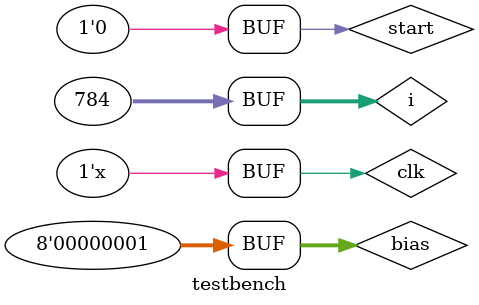
<source format=v>
`timescale 1ns / 1ps
module testbench();
reg [7:0]weight[24:0];
reg [7:0]weight2l[143:0];
reg [7:0]in[783:0];
reg [7:0]bias;
wire [7:0] out;
reg start;
reg clk;
wire ready;
wire [7:0]conv[575:0];

integer i;
initial begin
	start = 0;
	for(i=0;i<25;i=i+1)begin
		weight[i] = 8'd1;
	end
	for(i=0;i<144;i=i+1)begin
		weight2l[i] = 8'd1;
	end
	for(i=0;i<784;i=i+1)begin
		in[i] = i;
	end
	bias = 8'b1;
	clk = 1'b0;
	#10 start = 1;
	#15 start = 0;	
end

cnn cnn1(
 .weight1l0(weight[0]),.weight1l1(weight[1]),.weight1l2(weight[2]),.weight1l3(weight[3]),.weight1l4(weight[4]),.weight1l5(weight[5]),.weight1l6(weight[6]),.weight1l7(weight[7]),.weight1l8(weight[8]),.weight1l9(weight[9]),.weight1l10(weight[10]),.weight1l11(weight[11]),.weight1l12(weight[12]),.weight1l13(weight[13]),.weight1l14(weight[14]),.weight1l15(weight[15]),.weight1l16(weight[16]),.weight1l17(weight[17]),.weight1l18(weight[18]),.weight1l19(weight[19]),.weight1l20(weight[20]),.weight1l21(weight[21]),.weight1l22(weight[22]),.weight1l23(weight[23]),.weight1l24(weight[24]),
.weight2l0(weight2l[0]),.weight2l1(weight2l[1]),.weight2l2(weight2l[2]),.weight2l3(weight2l[3]),.weight2l4(weight2l[4]),.weight2l5(weight2l[5]),.weight2l6(weight2l[6]),.weight2l7(weight2l[7]),.weight2l8(weight2l[8]),.weight2l9(weight2l[9]),.weight2l10(weight2l[10]),.weight2l11(weight2l[11]),.weight2l12(weight2l[12]),.weight2l13(weight2l[13]),.weight2l14(weight2l[14]),.weight2l15(weight2l[15]),.weight2l16(weight2l[16]),.weight2l17(weight2l[17]),.weight2l18(weight2l[18]),.weight2l19(weight2l[19]),.weight2l20(weight2l[20]),.weight2l21(weight2l[21]),.weight2l22(weight2l[22]),.weight2l23(weight2l[23]),.weight2l24(weight2l[24]),.weight2l25(weight2l[25]),.weight2l26(weight2l[26]),.weight2l27(weight2l[27]),.weight2l28(weight2l[28]),.weight2l29(weight2l[29]),.weight2l30(weight2l[30]),.weight2l31(weight2l[31]),.weight2l32(weight2l[32]),.weight2l33(weight2l[33]),.weight2l34(weight2l[34]),.weight2l35(weight2l[35]),.weight2l36(weight2l[36]),.weight2l37(weight2l[37]),.weight2l38(weight2l[38]),.weight2l39(weight2l[39]),.weight2l40(weight2l[40]),.weight2l41(weight2l[41]),.weight2l42(weight2l[42]),.weight2l43(weight2l[43]),.weight2l44(weight2l[44]),.weight2l45(weight2l[45]),.weight2l46(weight2l[46]),.weight2l47(weight2l[47]),.weight2l48(weight2l[48]),.weight2l49(weight2l[49]),.weight2l50(weight2l[50]),.weight2l51(weight2l[51]),.weight2l52(weight2l[52]),.weight2l53(weight2l[53]),.weight2l54(weight2l[54]),.weight2l55(weight2l[55]),.weight2l56(weight2l[56]),.weight2l57(weight2l[57]),.weight2l58(weight2l[58]),.weight2l59(weight2l[59]),.weight2l60(weight2l[60]),.weight2l61(weight2l[61]),.weight2l62(weight2l[62]),.weight2l63(weight2l[63]),.weight2l64(weight2l[64]),.weight2l65(weight2l[65]),.weight2l66(weight2l[66]),.weight2l67(weight2l[67]),.weight2l68(weight2l[68]),.weight2l69(weight2l[69]),.weight2l70(weight2l[70]),.weight2l71(weight2l[71]),.weight2l72(weight2l[72]),.weight2l73(weight2l[73]),.weight2l74(weight2l[74]),.weight2l75(weight2l[75]),.weight2l76(weight2l[76]),.weight2l77(weight2l[77]),.weight2l78(weight2l[78]),.weight2l79(weight2l[79]),.weight2l80(weight2l[80]),.weight2l81(weight2l[81]),.weight2l82(weight2l[82]),.weight2l83(weight2l[83]),.weight2l84(weight2l[84]),.weight2l85(weight2l[85]),.weight2l86(weight2l[86]),.weight2l87(weight2l[87]),.weight2l88(weight2l[88]),.weight2l89(weight2l[89]),.weight2l90(weight2l[90]),.weight2l91(weight2l[91]),.weight2l92(weight2l[92]),.weight2l93(weight2l[93]),.weight2l94(weight2l[94]),.weight2l95(weight2l[95]),.weight2l96(weight2l[96]),.weight2l97(weight2l[97]),.weight2l98(weight2l[98]),.weight2l99(weight2l[99]),.weight2l100(weight2l[100]),.weight2l101(weight2l[101]),.weight2l102(weight2l[102]),.weight2l103(weight2l[103]),.weight2l104(weight2l[104]),.weight2l105(weight2l[105]),.weight2l106(weight2l[106]),.weight2l107(weight2l[107]),.weight2l108(weight2l[108]),.weight2l109(weight2l[109]),.weight2l110(weight2l[110]),.weight2l111(weight2l[111]),.weight2l112(weight2l[112]),.weight2l113(weight2l[113]),.weight2l114(weight2l[114]),.weight2l115(weight2l[115]),.weight2l116(weight2l[116]),.weight2l117(weight2l[117]),.weight2l118(weight2l[118]),.weight2l119(weight2l[119]),.weight2l120(weight2l[120]),.weight2l121(weight2l[121]),.weight2l122(weight2l[122]),.weight2l123(weight2l[123]),.weight2l124(weight2l[124]),.weight2l125(weight2l[125]),.weight2l126(weight2l[126]),.weight2l127(weight2l[127]),.weight2l128(weight2l[128]),.weight2l129(weight2l[129]),.weight2l130(weight2l[130]),.weight2l131(weight2l[131]),.weight2l132(weight2l[132]),.weight2l133(weight2l[133]),.weight2l134(weight2l[134]),.weight2l135(weight2l[135]),.weight2l136(weight2l[136]),.weight2l137(weight2l[137]),.weight2l138(weight2l[138]),.weight2l139(weight2l[139]),.weight2l140(weight2l[140]),.weight2l141(weight2l[141]),.weight2l142(weight2l[142]),.weight2l143(weight2l[143]),
 .in0(in[0]),.in1(in[1]),.in2(in[2]),.in3(in[3]),.in4(in[4]),.in5(in[5]),.in6(in[6]),.in7(in[7]),.in8(in[8]),.in9(in[9]),.in10(in[10]),.in11(in[11]),.in12(in[12]),.in13(in[13]),.in14(in[14]),.in15(in[15]),.in16(in[16]),.in17(in[17]),.in18(in[18]),.in19(in[19]),.in20(in[20]),.in21(in[21]),.in22(in[22]),.in23(in[23]),.in24(in[24]),.in25(in[25]),.in26(in[26]),.in27(in[27]),.in28(in[28]),.in29(in[29]),.in30(in[30]),.in31(in[31]),.in32(in[32]),.in33(in[33]),.in34(in[34]),.in35(in[35]),.in36(in[36]),.in37(in[37]),.in38(in[38]),.in39(in[39]),.in40(in[40]),.in41(in[41]),.in42(in[42]),.in43(in[43]),.in44(in[44]),.in45(in[45]),.in46(in[46]),.in47(in[47]),.in48(in[48]),.in49(in[49]),.in50(in[50]),.in51(in[51]),.in52(in[52]),.in53(in[53]),.in54(in[54]),.in55(in[55]),.in56(in[56]),.in57(in[57]),.in58(in[58]),.in59(in[59]),.in60(in[60]),.in61(in[61]),.in62(in[62]),.in63(in[63]),.in64(in[64]),.in65(in[65]),.in66(in[66]),.in67(in[67]),.in68(in[68]),.in69(in[69]),.in70(in[70]),.in71(in[71]),.in72(in[72]),.in73(in[73]),.in74(in[74]),.in75(in[75]),.in76(in[76]),.in77(in[77]),.in78(in[78]),.in79(in[79]),.in80(in[80]),.in81(in[81]),.in82(in[82]),.in83(in[83]),.in84(in[84]),.in85(in[85]),.in86(in[86]),.in87(in[87]),.in88(in[88]),.in89(in[89]),.in90(in[90]),.in91(in[91]),.in92(in[92]),.in93(in[93]),.in94(in[94]),.in95(in[95]),.in96(in[96]),.in97(in[97]),.in98(in[98]),.in99(in[99]),.in100(in[100]),.in101(in[101]),.in102(in[102]),.in103(in[103]),.in104(in[104]),.in105(in[105]),.in106(in[106]),.in107(in[107]),.in108(in[108]),.in109(in[109]),.in110(in[110]),.in111(in[111]),.in112(in[112]),.in113(in[113]),.in114(in[114]),.in115(in[115]),.in116(in[116]),.in117(in[117]),.in118(in[118]),.in119(in[119]),.in120(in[120]),.in121(in[121]),.in122(in[122]),.in123(in[123]),.in124(in[124]),.in125(in[125]),.in126(in[126]),.in127(in[127]),.in128(in[128]),.in129(in[129]),.in130(in[130]),.in131(in[131]),.in132(in[132]),.in133(in[133]),.in134(in[134]),.in135(in[135]),.in136(in[136]),.in137(in[137]),.in138(in[138]),.in139(in[139]),.in140(in[140]),.in141(in[141]),.in142(in[142]),.in143(in[143]),.in144(in[144]),.in145(in[145]),.in146(in[146]),.in147(in[147]),.in148(in[148]),.in149(in[149]),.in150(in[150]),.in151(in[151]),.in152(in[152]),.in153(in[153]),.in154(in[154]),.in155(in[155]),.in156(in[156]),.in157(in[157]),.in158(in[158]),.in159(in[159]),.in160(in[160]),.in161(in[161]),.in162(in[162]),.in163(in[163]),.in164(in[164]),.in165(in[165]),.in166(in[166]),.in167(in[167]),.in168(in[168]),.in169(in[169]),.in170(in[170]),.in171(in[171]),.in172(in[172]),.in173(in[173]),.in174(in[174]),.in175(in[175]),.in176(in[176]),.in177(in[177]),.in178(in[178]),.in179(in[179]),.in180(in[180]),.in181(in[181]),.in182(in[182]),.in183(in[183]),.in184(in[184]),.in185(in[185]),.in186(in[186]),.in187(in[187]),.in188(in[188]),.in189(in[189]),.in190(in[190]),.in191(in[191]),.in192(in[192]),.in193(in[193]),.in194(in[194]),.in195(in[195]),.in196(in[196]),.in197(in[197]),.in198(in[198]),.in199(in[199]),.in200(in[200]),.in201(in[201]),.in202(in[202]),.in203(in[203]),.in204(in[204]),.in205(in[205]),.in206(in[206]),.in207(in[207]),.in208(in[208]),.in209(in[209]),.in210(in[210]),.in211(in[211]),.in212(in[212]),.in213(in[213]),.in214(in[214]),.in215(in[215]),.in216(in[216]),.in217(in[217]),.in218(in[218]),.in219(in[219]),.in220(in[220]),.in221(in[221]),.in222(in[222]),.in223(in[223]),.in224(in[224]),.in225(in[225]),.in226(in[226]),.in227(in[227]),.in228(in[228]),.in229(in[229]),.in230(in[230]),.in231(in[231]),.in232(in[232]),.in233(in[233]),.in234(in[234]),.in235(in[235]),.in236(in[236]),.in237(in[237]),.in238(in[238]),.in239(in[239]),.in240(in[240]),.in241(in[241]),.in242(in[242]),.in243(in[243]),.in244(in[244]),.in245(in[245]),.in246(in[246]),.in247(in[247]),.in248(in[248]),.in249(in[249]),.in250(in[250]),.in251(in[251]),.in252(in[252]),.in253(in[253]),.in254(in[254]),.in255(in[255]),.in256(in[256]),.in257(in[257]),.in258(in[258]),.in259(in[259]),.in260(in[260]),.in261(in[261]),.in262(in[262]),.in263(in[263]),.in264(in[264]),.in265(in[265]),.in266(in[266]),.in267(in[267]),.in268(in[268]),.in269(in[269]),.in270(in[270]),.in271(in[271]),.in272(in[272]),.in273(in[273]),.in274(in[274]),.in275(in[275]),.in276(in[276]),.in277(in[277]),.in278(in[278]),.in279(in[279]),.in280(in[280]),.in281(in[281]),.in282(in[282]),.in283(in[283]),.in284(in[284]),.in285(in[285]),.in286(in[286]),.in287(in[287]),.in288(in[288]),.in289(in[289]),.in290(in[290]),.in291(in[291]),.in292(in[292]),.in293(in[293]),.in294(in[294]),.in295(in[295]),.in296(in[296]),.in297(in[297]),.in298(in[298]),.in299(in[299]),.in300(in[300]),.in301(in[301]),.in302(in[302]),.in303(in[303]),.in304(in[304]),.in305(in[305]),.in306(in[306]),.in307(in[307]),.in308(in[308]),.in309(in[309]),.in310(in[310]),.in311(in[311]),.in312(in[312]),.in313(in[313]),.in314(in[314]),.in315(in[315]),.in316(in[316]),.in317(in[317]),.in318(in[318]),.in319(in[319]),.in320(in[320]),.in321(in[321]),.in322(in[322]),.in323(in[323]),.in324(in[324]),.in325(in[325]),.in326(in[326]),.in327(in[327]),.in328(in[328]),.in329(in[329]),.in330(in[330]),.in331(in[331]),.in332(in[332]),.in333(in[333]),.in334(in[334]),.in335(in[335]),.in336(in[336]),.in337(in[337]),.in338(in[338]),.in339(in[339]),.in340(in[340]),.in341(in[341]),.in342(in[342]),.in343(in[343]),.in344(in[344]),.in345(in[345]),.in346(in[346]),.in347(in[347]),.in348(in[348]),.in349(in[349]),.in350(in[350]),.in351(in[351]),.in352(in[352]),.in353(in[353]),.in354(in[354]),.in355(in[355]),.in356(in[356]),.in357(in[357]),.in358(in[358]),.in359(in[359]),.in360(in[360]),.in361(in[361]),.in362(in[362]),.in363(in[363]),.in364(in[364]),.in365(in[365]),.in366(in[366]),.in367(in[367]),.in368(in[368]),.in369(in[369]),.in370(in[370]),.in371(in[371]),.in372(in[372]),.in373(in[373]),.in374(in[374]),.in375(in[375]),.in376(in[376]),.in377(in[377]),.in378(in[378]),.in379(in[379]),.in380(in[380]),.in381(in[381]),.in382(in[382]),.in383(in[383]),.in384(in[384]),.in385(in[385]),.in386(in[386]),.in387(in[387]),.in388(in[388]),.in389(in[389]),.in390(in[390]),.in391(in[391]),.in392(in[392]),.in393(in[393]),.in394(in[394]),.in395(in[395]),.in396(in[396]),.in397(in[397]),.in398(in[398]),.in399(in[399]),.in400(in[400]),.in401(in[401]),.in402(in[402]),.in403(in[403]),.in404(in[404]),.in405(in[405]),.in406(in[406]),.in407(in[407]),.in408(in[408]),.in409(in[409]),.in410(in[410]),.in411(in[411]),.in412(in[412]),.in413(in[413]),.in414(in[414]),.in415(in[415]),.in416(in[416]),.in417(in[417]),.in418(in[418]),.in419(in[419]),.in420(in[420]),.in421(in[421]),.in422(in[422]),.in423(in[423]),.in424(in[424]),.in425(in[425]),.in426(in[426]),.in427(in[427]),.in428(in[428]),.in429(in[429]),.in430(in[430]),.in431(in[431]),.in432(in[432]),.in433(in[433]),.in434(in[434]),.in435(in[435]),.in436(in[436]),.in437(in[437]),.in438(in[438]),.in439(in[439]),.in440(in[440]),.in441(in[441]),.in442(in[442]),.in443(in[443]),.in444(in[444]),.in445(in[445]),.in446(in[446]),.in447(in[447]),.in448(in[448]),.in449(in[449]),.in450(in[450]),.in451(in[451]),.in452(in[452]),.in453(in[453]),.in454(in[454]),.in455(in[455]),.in456(in[456]),.in457(in[457]),.in458(in[458]),.in459(in[459]),.in460(in[460]),.in461(in[461]),.in462(in[462]),.in463(in[463]),.in464(in[464]),.in465(in[465]),.in466(in[466]),.in467(in[467]),.in468(in[468]),.in469(in[469]),.in470(in[470]),.in471(in[471]),.in472(in[472]),.in473(in[473]),.in474(in[474]),.in475(in[475]),.in476(in[476]),.in477(in[477]),.in478(in[478]),.in479(in[479]),.in480(in[480]),.in481(in[481]),.in482(in[482]),.in483(in[483]),.in484(in[484]),.in485(in[485]),.in486(in[486]),.in487(in[487]),.in488(in[488]),.in489(in[489]),.in490(in[490]),.in491(in[491]),.in492(in[492]),.in493(in[493]),.in494(in[494]),.in495(in[495]),.in496(in[496]),.in497(in[497]),.in498(in[498]),.in499(in[499]),.in500(in[500]),.in501(in[501]),.in502(in[502]),.in503(in[503]),.in504(in[504]),.in505(in[505]),.in506(in[506]),.in507(in[507]),.in508(in[508]),.in509(in[509]),.in510(in[510]),.in511(in[511]),.in512(in[512]),.in513(in[513]),.in514(in[514]),.in515(in[515]),.in516(in[516]),.in517(in[517]),.in518(in[518]),.in519(in[519]),.in520(in[520]),.in521(in[521]),.in522(in[522]),.in523(in[523]),.in524(in[524]),.in525(in[525]),.in526(in[526]),.in527(in[527]),.in528(in[528]),.in529(in[529]),.in530(in[530]),.in531(in[531]),.in532(in[532]),.in533(in[533]),.in534(in[534]),.in535(in[535]),.in536(in[536]),.in537(in[537]),.in538(in[538]),.in539(in[539]),.in540(in[540]),.in541(in[541]),.in542(in[542]),.in543(in[543]),.in544(in[544]),.in545(in[545]),.in546(in[546]),.in547(in[547]),.in548(in[548]),.in549(in[549]),.in550(in[550]),.in551(in[551]),.in552(in[552]),.in553(in[553]),.in554(in[554]),.in555(in[555]),.in556(in[556]),.in557(in[557]),.in558(in[558]),.in559(in[559]),.in560(in[560]),.in561(in[561]),.in562(in[562]),.in563(in[563]),.in564(in[564]),.in565(in[565]),.in566(in[566]),.in567(in[567]),.in568(in[568]),.in569(in[569]),.in570(in[570]),.in571(in[571]),.in572(in[572]),.in573(in[573]),.in574(in[574]),.in575(in[575]),.in576(in[576]),.in577(in[577]),.in578(in[578]),.in579(in[579]),.in580(in[580]),.in581(in[581]),.in582(in[582]),.in583(in[583]),.in584(in[584]),.in585(in[585]),.in586(in[586]),.in587(in[587]),.in588(in[588]),.in589(in[589]),.in590(in[590]),.in591(in[591]),.in592(in[592]),.in593(in[593]),.in594(in[594]),.in595(in[595]),.in596(in[596]),.in597(in[597]),.in598(in[598]),.in599(in[599]),.in600(in[600]),.in601(in[601]),.in602(in[602]),.in603(in[603]),.in604(in[604]),.in605(in[605]),.in606(in[606]),.in607(in[607]),.in608(in[608]),.in609(in[609]),.in610(in[610]),.in611(in[611]),.in612(in[612]),.in613(in[613]),.in614(in[614]),.in615(in[615]),.in616(in[616]),.in617(in[617]),.in618(in[618]),.in619(in[619]),.in620(in[620]),.in621(in[621]),.in622(in[622]),.in623(in[623]),.in624(in[624]),.in625(in[625]),.in626(in[626]),.in627(in[627]),.in628(in[628]),.in629(in[629]),.in630(in[630]),.in631(in[631]),.in632(in[632]),.in633(in[633]),.in634(in[634]),.in635(in[635]),.in636(in[636]),.in637(in[637]),.in638(in[638]),.in639(in[639]),.in640(in[640]),.in641(in[641]),.in642(in[642]),.in643(in[643]),.in644(in[644]),.in645(in[645]),.in646(in[646]),.in647(in[647]),.in648(in[648]),.in649(in[649]),.in650(in[650]),.in651(in[651]),.in652(in[652]),.in653(in[653]),.in654(in[654]),.in655(in[655]),.in656(in[656]),.in657(in[657]),.in658(in[658]),.in659(in[659]),.in660(in[660]),.in661(in[661]),.in662(in[662]),.in663(in[663]),.in664(in[664]),.in665(in[665]),.in666(in[666]),.in667(in[667]),.in668(in[668]),.in669(in[669]),.in670(in[670]),.in671(in[671]),.in672(in[672]),.in673(in[673]),.in674(in[674]),.in675(in[675]),.in676(in[676]),.in677(in[677]),.in678(in[678]),.in679(in[679]),.in680(in[680]),.in681(in[681]),.in682(in[682]),.in683(in[683]),.in684(in[684]),.in685(in[685]),.in686(in[686]),.in687(in[687]),.in688(in[688]),.in689(in[689]),.in690(in[690]),.in691(in[691]),.in692(in[692]),.in693(in[693]),.in694(in[694]),.in695(in[695]),.in696(in[696]),.in697(in[697]),.in698(in[698]),.in699(in[699]),.in700(in[700]),.in701(in[701]),.in702(in[702]),.in703(in[703]),.in704(in[704]),.in705(in[705]),.in706(in[706]),.in707(in[707]),.in708(in[708]),.in709(in[709]),.in710(in[710]),.in711(in[711]),.in712(in[712]),.in713(in[713]),.in714(in[714]),.in715(in[715]),.in716(in[716]),.in717(in[717]),.in718(in[718]),.in719(in[719]),.in720(in[720]),.in721(in[721]),.in722(in[722]),.in723(in[723]),.in724(in[724]),.in725(in[725]),.in726(in[726]),.in727(in[727]),.in728(in[728]),.in729(in[729]),.in730(in[730]),.in731(in[731]),.in732(in[732]),.in733(in[733]),.in734(in[734]),.in735(in[735]),.in736(in[736]),.in737(in[737]),.in738(in[738]),.in739(in[739]),.in740(in[740]),.in741(in[741]),.in742(in[742]),.in743(in[743]),.in744(in[744]),.in745(in[745]),.in746(in[746]),.in747(in[747]),.in748(in[748]),.in749(in[749]),.in750(in[750]),.in751(in[751]),.in752(in[752]),.in753(in[753]),.in754(in[754]),.in755(in[755]),.in756(in[756]),.in757(in[757]),.in758(in[758]),.in759(in[759]),.in760(in[760]),.in761(in[761]),.in762(in[762]),.in763(in[763]),.in764(in[764]),.in765(in[765]),.in766(in[766]),.in767(in[767]),.in768(in[768]),.in769(in[769]),.in770(in[770]),.in771(in[771]),.in772(in[772]),.in773(in[773]),.in774(in[774]),.in775(in[775]),.in776(in[776]),.in777(in[777]),.in778(in[778]),.in779(in[779]),.in780(in[780]),.in781(in[781]),.in782(in[782]),.in783(in[783]),.clk(clk),.ready(ready),.start(start),.bias(bias),.out(out)
);

/*poolinglayer poolinglayer1(
.out0(conv[0]),.out1(conv[1]),.out2(conv[2]),.out3(conv[3]),.out4(conv[4]),.out5(conv[5]),.out6(conv[6]),.out7(conv[7]),.out8(conv[8]),.out9(conv[9]),.out10(conv[10]),.out11(conv[11]),.out12(conv[12]),.out13(conv[13]),.out14(conv[14]),.out15(conv[15]),.out16(conv[16]),.out17(conv[17]),.out18(conv[18]),.out19(conv[19]),.out20(conv[20]),.out21(conv[21]),.out22(conv[22]),.out23(conv[23]),.out24(conv[24]),.out25(conv[25]),.out26(conv[26]),.out27(conv[27]),.out28(conv[28]),.out29(conv[29]),.out30(conv[30]),.out31(conv[31]),.out32(conv[32]),.out33(conv[33]),.out34(conv[34]),.out35(conv[35]),.out36(conv[36]),.out37(conv[37]),.out38(conv[38]),.out39(conv[39]),.out40(conv[40]),.out41(conv[41]),.out42(conv[42]),.out43(conv[43]),.out44(conv[44]),.out45(conv[45]),.out46(conv[46]),.out47(conv[47]),.out48(conv[48]),.out49(conv[49]),.out50(conv[50]),.out51(conv[51]),.out52(conv[52]),.out53(conv[53]),.out54(conv[54]),.out55(conv[55]),.out56(conv[56]),.out57(conv[57]),.out58(conv[58]),.out59(conv[59]),.out60(conv[60]),.out61(conv[61]),.out62(conv[62]),.out63(conv[63]),.out64(conv[64]),.out65(conv[65]),.out66(conv[66]),.out67(conv[67]),.out68(conv[68]),.out69(conv[69]),.out70(conv[70]),.out71(conv[71]),.out72(conv[72]),.out73(conv[73]),.out74(conv[74]),.out75(conv[75]),.out76(conv[76]),.out77(conv[77]),.out78(conv[78]),.out79(conv[79]),.out80(conv[80]),.out81(conv[81]),.out82(conv[82]),.out83(conv[83]),.out84(conv[84]),.out85(conv[85]),.out86(conv[86]),.out87(conv[87]),.out88(conv[88]),.out89(conv[89]),.out90(conv[90]),.out91(conv[91]),.out92(conv[92]),.out93(conv[93]),.out94(conv[94]),.out95(conv[95]),.out96(conv[96]),.out97(conv[97]),.out98(conv[98]),.out99(conv[99]),.out100(conv[100]),.out101(conv[101]),.out102(conv[102]),.out103(conv[103]),.out104(conv[104]),.out105(conv[105]),.out106(conv[106]),.out107(conv[107]),.out108(conv[108]),.out109(conv[109]),.out110(conv[110]),.out111(conv[111]),.out112(conv[112]),.out113(conv[113]),.out114(conv[114]),.out115(conv[115]),.out116(conv[116]),.out117(conv[117]),.out118(conv[118]),.out119(conv[119]),.out120(conv[120]),.out121(conv[121]),.out122(conv[122]),.out123(conv[123]),.out124(conv[124]),.out125(conv[125]),.out126(conv[126]),.out127(conv[127]),.out128(conv[128]),.out129(conv[129]),.out130(conv[130]),.out131(conv[131]),.out132(conv[132]),.out133(conv[133]),.out134(conv[134]),.out135(conv[135]),.out136(conv[136]),.out137(conv[137]),.out138(conv[138]),.out139(conv[139]),.out140(conv[140]),.out141(conv[141]),.out142(conv[142]),.out143(conv[143]),
.in0(in[0]),.in1(in[1]),.in2(in[2]),.in3(in[3]),.in4(in[4]),.in5(in[5]),.in6(in[6]),.in7(in[7]),.in8(in[8]),.in9(in[9]),.in10(in[10]),.in11(in[11]),.in12(in[12]),.in13(in[13]),.in14(in[14]),.in15(in[15]),.in16(in[16]),.in17(in[17]),.in18(in[18]),.in19(in[19]),.in20(in[20]),.in21(in[21]),.in22(in[22]),.in23(in[23]),.in24(in[24]),.in25(in[25]),.in26(in[26]),.in27(in[27]),.in28(in[28]),.in29(in[29]),.in30(in[30]),.in31(in[31]),.in32(in[32]),.in33(in[33]),.in34(in[34]),.in35(in[35]),.in36(in[36]),.in37(in[37]),.in38(in[38]),.in39(in[39]),.in40(in[40]),.in41(in[41]),.in42(in[42]),.in43(in[43]),.in44(in[44]),.in45(in[45]),.in46(in[46]),.in47(in[47]),.in48(in[48]),.in49(in[49]),.in50(in[50]),.in51(in[51]),.in52(in[52]),.in53(in[53]),.in54(in[54]),.in55(in[55]),.in56(in[56]),.in57(in[57]),.in58(in[58]),.in59(in[59]),.in60(in[60]),.in61(in[61]),.in62(in[62]),.in63(in[63]),.in64(in[64]),.in65(in[65]),.in66(in[66]),.in67(in[67]),.in68(in[68]),.in69(in[69]),.in70(in[70]),.in71(in[71]),.in72(in[72]),.in73(in[73]),.in74(in[74]),.in75(in[75]),.in76(in[76]),.in77(in[77]),.in78(in[78]),.in79(in[79]),.in80(in[80]),.in81(in[81]),.in82(in[82]),.in83(in[83]),.in84(in[84]),.in85(in[85]),.in86(in[86]),.in87(in[87]),.in88(in[88]),.in89(in[89]),.in90(in[90]),.in91(in[91]),.in92(in[92]),.in93(in[93]),.in94(in[94]),.in95(in[95]),.in96(in[96]),.in97(in[97]),.in98(in[98]),.in99(in[99]),.in100(in[100]),.in101(in[101]),.in102(in[102]),.in103(in[103]),.in104(in[104]),.in105(in[105]),.in106(in[106]),.in107(in[107]),.in108(in[108]),.in109(in[109]),.in110(in[110]),.in111(in[111]),.in112(in[112]),.in113(in[113]),.in114(in[114]),.in115(in[115]),.in116(in[116]),.in117(in[117]),.in118(in[118]),.in119(in[119]),.in120(in[120]),.in121(in[121]),.in122(in[122]),.in123(in[123]),.in124(in[124]),.in125(in[125]),.in126(in[126]),.in127(in[127]),.in128(in[128]),.in129(in[129]),.in130(in[130]),.in131(in[131]),.in132(in[132]),.in133(in[133]),.in134(in[134]),.in135(in[135]),.in136(in[136]),.in137(in[137]),.in138(in[138]),.in139(in[139]),.in140(in[140]),.in141(in[141]),.in142(in[142]),.in143(in[143]),.in144(in[144]),.in145(in[145]),.in146(in[146]),.in147(in[147]),.in148(in[148]),.in149(in[149]),.in150(in[150]),.in151(in[151]),.in152(in[152]),.in153(in[153]),.in154(in[154]),.in155(in[155]),.in156(in[156]),.in157(in[157]),.in158(in[158]),.in159(in[159]),.in160(in[160]),.in161(in[161]),.in162(in[162]),.in163(in[163]),.in164(in[164]),.in165(in[165]),.in166(in[166]),.in167(in[167]),.in168(in[168]),.in169(in[169]),.in170(in[170]),.in171(in[171]),.in172(in[172]),.in173(in[173]),.in174(in[174]),.in175(in[175]),.in176(in[176]),.in177(in[177]),.in178(in[178]),.in179(in[179]),.in180(in[180]),.in181(in[181]),.in182(in[182]),.in183(in[183]),.in184(in[184]),.in185(in[185]),.in186(in[186]),.in187(in[187]),.in188(in[188]),.in189(in[189]),.in190(in[190]),.in191(in[191]),.in192(in[192]),.in193(in[193]),.in194(in[194]),.in195(in[195]),.in196(in[196]),.in197(in[197]),.in198(in[198]),.in199(in[199]),.in200(in[200]),.in201(in[201]),.in202(in[202]),.in203(in[203]),.in204(in[204]),.in205(in[205]),.in206(in[206]),.in207(in[207]),.in208(in[208]),.in209(in[209]),.in210(in[210]),.in211(in[211]),.in212(in[212]),.in213(in[213]),.in214(in[214]),.in215(in[215]),.in216(in[216]),.in217(in[217]),.in218(in[218]),.in219(in[219]),.in220(in[220]),.in221(in[221]),.in222(in[222]),.in223(in[223]),.in224(in[224]),.in225(in[225]),.in226(in[226]),.in227(in[227]),.in228(in[228]),.in229(in[229]),.in230(in[230]),.in231(in[231]),.in232(in[232]),.in233(in[233]),.in234(in[234]),.in235(in[235]),.in236(in[236]),.in237(in[237]),.in238(in[238]),.in239(in[239]),.in240(in[240]),.in241(in[241]),.in242(in[242]),.in243(in[243]),.in244(in[244]),.in245(in[245]),.in246(in[246]),.in247(in[247]),.in248(in[248]),.in249(in[249]),.in250(in[250]),.in251(in[251]),.in252(in[252]),.in253(in[253]),.in254(in[254]),.in255(in[255]),.in256(in[256]),.in257(in[257]),.in258(in[258]),.in259(in[259]),.in260(in[260]),.in261(in[261]),.in262(in[262]),.in263(in[263]),.in264(in[264]),.in265(in[265]),.in266(in[266]),.in267(in[267]),.in268(in[268]),.in269(in[269]),.in270(in[270]),.in271(in[271]),.in272(in[272]),.in273(in[273]),.in274(in[274]),.in275(in[275]),.in276(in[276]),.in277(in[277]),.in278(in[278]),.in279(in[279]),.in280(in[280]),.in281(in[281]),.in282(in[282]),.in283(in[283]),.in284(in[284]),.in285(in[285]),.in286(in[286]),.in287(in[287]),.in288(in[288]),.in289(in[289]),.in290(in[290]),.in291(in[291]),.in292(in[292]),.in293(in[293]),.in294(in[294]),.in295(in[295]),.in296(in[296]),.in297(in[297]),.in298(in[298]),.in299(in[299]),.in300(in[300]),.in301(in[301]),.in302(in[302]),.in303(in[303]),.in304(in[304]),.in305(in[305]),.in306(in[306]),.in307(in[307]),.in308(in[308]),.in309(in[309]),.in310(in[310]),.in311(in[311]),.in312(in[312]),.in313(in[313]),.in314(in[314]),.in315(in[315]),.in316(in[316]),.in317(in[317]),.in318(in[318]),.in319(in[319]),.in320(in[320]),.in321(in[321]),.in322(in[322]),.in323(in[323]),.in324(in[324]),.in325(in[325]),.in326(in[326]),.in327(in[327]),.in328(in[328]),.in329(in[329]),.in330(in[330]),.in331(in[331]),.in332(in[332]),.in333(in[333]),.in334(in[334]),.in335(in[335]),.in336(in[336]),.in337(in[337]),.in338(in[338]),.in339(in[339]),.in340(in[340]),.in341(in[341]),.in342(in[342]),.in343(in[343]),.in344(in[344]),.in345(in[345]),.in346(in[346]),.in347(in[347]),.in348(in[348]),.in349(in[349]),.in350(in[350]),.in351(in[351]),.in352(in[352]),.in353(in[353]),.in354(in[354]),.in355(in[355]),.in356(in[356]),.in357(in[357]),.in358(in[358]),.in359(in[359]),.in360(in[360]),.in361(in[361]),.in362(in[362]),.in363(in[363]),.in364(in[364]),.in365(in[365]),.in366(in[366]),.in367(in[367]),.in368(in[368]),.in369(in[369]),.in370(in[370]),.in371(in[371]),.in372(in[372]),.in373(in[373]),.in374(in[374]),.in375(in[375]),.in376(in[376]),.in377(in[377]),.in378(in[378]),.in379(in[379]),.in380(in[380]),.in381(in[381]),.in382(in[382]),.in383(in[383]),.in384(in[384]),.in385(in[385]),.in386(in[386]),.in387(in[387]),.in388(in[388]),.in389(in[389]),.in390(in[390]),.in391(in[391]),.in392(in[392]),.in393(in[393]),.in394(in[394]),.in395(in[395]),.in396(in[396]),.in397(in[397]),.in398(in[398]),.in399(in[399]),.in400(in[400]),.in401(in[401]),.in402(in[402]),.in403(in[403]),.in404(in[404]),.in405(in[405]),.in406(in[406]),.in407(in[407]),.in408(in[408]),.in409(in[409]),.in410(in[410]),.in411(in[411]),.in412(in[412]),.in413(in[413]),.in414(in[414]),.in415(in[415]),.in416(in[416]),.in417(in[417]),.in418(in[418]),.in419(in[419]),.in420(in[420]),.in421(in[421]),.in422(in[422]),.in423(in[423]),.in424(in[424]),.in425(in[425]),.in426(in[426]),.in427(in[427]),.in428(in[428]),.in429(in[429]),.in430(in[430]),.in431(in[431]),.in432(in[432]),.in433(in[433]),.in434(in[434]),.in435(in[435]),.in436(in[436]),.in437(in[437]),.in438(in[438]),.in439(in[439]),.in440(in[440]),.in441(in[441]),.in442(in[442]),.in443(in[443]),.in444(in[444]),.in445(in[445]),.in446(in[446]),.in447(in[447]),.in448(in[448]),.in449(in[449]),.in450(in[450]),.in451(in[451]),.in452(in[452]),.in453(in[453]),.in454(in[454]),.in455(in[455]),.in456(in[456]),.in457(in[457]),.in458(in[458]),.in459(in[459]),.in460(in[460]),.in461(in[461]),.in462(in[462]),.in463(in[463]),.in464(in[464]),.in465(in[465]),.in466(in[466]),.in467(in[467]),.in468(in[468]),.in469(in[469]),.in470(in[470]),.in471(in[471]),.in472(in[472]),.in473(in[473]),.in474(in[474]),.in475(in[475]),.in476(in[476]),.in477(in[477]),.in478(in[478]),.in479(in[479]),.in480(in[480]),.in481(in[481]),.in482(in[482]),.in483(in[483]),.in484(in[484]),.in485(in[485]),.in486(in[486]),.in487(in[487]),.in488(in[488]),.in489(in[489]),.in490(in[490]),.in491(in[491]),.in492(in[492]),.in493(in[493]),.in494(in[494]),.in495(in[495]),.in496(in[496]),.in497(in[497]),.in498(in[498]),.in499(in[499]),.in500(in[500]),.in501(in[501]),.in502(in[502]),.in503(in[503]),.in504(in[504]),.in505(in[505]),.in506(in[506]),.in507(in[507]),.in508(in[508]),.in509(in[509]),.in510(in[510]),.in511(in[511]),.in512(in[512]),.in513(in[513]),.in514(in[514]),.in515(in[515]),.in516(in[516]),.in517(in[517]),.in518(in[518]),.in519(in[519]),.in520(in[520]),.in521(in[521]),.in522(in[522]),.in523(in[523]),.in524(in[524]),.in525(in[525]),.in526(in[526]),.in527(in[527]),.in528(in[528]),.in529(in[529]),.in530(in[530]),.in531(in[531]),.in532(in[532]),.in533(in[533]),.in534(in[534]),.in535(in[535]),.in536(in[536]),.in537(in[537]),.in538(in[538]),.in539(in[539]),.in540(in[540]),.in541(in[541]),.in542(in[542]),.in543(in[543]),.in544(in[544]),.in545(in[545]),.in546(in[546]),.in547(in[547]),.in548(in[548]),.in549(in[549]),.in550(in[550]),.in551(in[551]),.in552(in[552]),.in553(in[553]),.in554(in[554]),.in555(in[555]),.in556(in[556]),.in557(in[557]),.in558(in[558]),.in559(in[559]),.in560(in[560]),.in561(in[561]),.in562(in[562]),.in563(in[563]),.in564(in[564]),.in565(in[565]),.in566(in[566]),.in567(in[567]),.in568(in[568]),.in569(in[569]),.in570(in[570]),.in571(in[571]),.in572(in[572]),.in573(in[573]),.in574(in[574]),.in575(in[575]),
.clk(clk),.ready(ready),.start(start));*/

/*ConvLayer ConvLayer1(.ready(ready),.weight0(weight[0]), .weight1(weight[1]), .weight2(weight[2]), .weight3(weight[3]),.weight4(weight[4]), .weight5(weight[5]), .weight6(weight[6]), .weight7(weight[7]),.weight8(weight[8]), .weight9(weight[9]), .weight10(weight[10]), .weight11(weight[11]), .weight12(weight[12]),.weight13(weight[13]), .weight14(weight[14]), .weight15(weight[15]), .weight16(weight[16]), .weight17(weight[17]), .weight18(weight[18]), .weight19(weight[19]), .weight20(weight[20]), .weight21(weight[21]), .weight22(weight[22]), .weight23(weight[23]), .weight24(weight[24]),.in0(in[0]),.in1(in[1]),.in2(in[2]),.in3(in[3]),.in4(in[4]),.in5(in[5]),.in6(in[6]),.in7(in[7]),.in8(in[8]),.in9(in[9]),.in10(in[10]),.in11(in[11]),.in12(in[12]),.in13(in[13]),.in14(in[14]),.in15(in[15]),.in16(in[16]),.in17(in[17]),.in18(in[18]),.in19(in[19]),.in20(in[20]),.in21(in[21]),.in22(in[22]),.in23(in[23]),.in24(in[24]),.in25(in[25]),.in26(in[26]),.in27(in[27]),.in28(in[28]),.in29(in[29]),.in30(in[30]),.in31(in[31]),.in32(in[32]),.in33(in[33]),.in34(in[34]),.in35(in[35]),.in36(in[36]),.in37(in[37]),.in38(in[38]),.in39(in[39]),.in40(in[40]),.in41(in[41]),.in42(in[42]),.in43(in[43]),.in44(in[44]),.in45(in[45]),.in46(in[46]),.in47(in[47]),.in48(in[48]),.in49(in[49]),.in50(in[50]),.in51(in[51]),.in52(in[52]),.in53(in[53]),.in54(in[54]),.in55(in[55]),.in56(in[56]),.in57(in[57]),.in58(in[58]),.in59(in[59]),.in60(in[60]),.in61(in[61]),.in62(in[62]),.in63(in[63]),.in64(in[64]),.in65(in[65]),.in66(in[66]),.in67(in[67]),.in68(in[68]),.in69(in[69]),.in70(in[70]),.in71(in[71]),.in72(in[72]),.in73(in[73]),.in74(in[74]),.in75(in[75]),.in76(in[76]),.in77(in[77]),.in78(in[78]),.in79(in[79]),
.in80(in[80]),.in81(in[81]),.in82(in[82]),.in83(in[83]),.in84(in[84]),.in85(in[85]),.in86(in[86]),.in87(in[87]),.in88(in[88]),.in89(in[89]),.in90(in[90]),.in91(in[91]),.in92(in[92]),.in93(in[93]),.in94(in[94]),.in95(in[95]),.in96(in[96]),.in97(in[97]),.in98(in[98]),.in99(in[99]),.in100(in[100]),.in101(in[101]),.in102(in[102]),.in103(in[103]),.in104(in[104]),.in105(in[105]),.in106(in[106]),.in107(in[107]),.in108(in[108]),.in109(in[109]),.in110(in[110]),.in111(in[111]),.in112(in[112]),.in113(in[113]),.in114(in[114]),.in115(in[115]),.in116(in[116]),.in117(in[117]),.in118(in[118]),.in119(in[119]),.in120(in[120]),.in121(in[121]),.in122(in[122]),.in123(in[123]),.in124(in[124]),.in125(in[125]),.in126(in[126]),.in127(in[127]),.in128(in[128]),.in129(in[129]),.in130(in[130]),.in131(in[131]),.in132(in[132]),.in133(in[133]),.in134(in[134]),.in135(in[135]),.in136(in[136]),.in137(in[137]),.in138(in[138]),.in139(in[139]),.in140(in[140]),.in141(in[141]),.in142(in[142]),.in143(in[143]),.in144(in[144]),.in145(in[145]),.in146(in[146]),.in147(in[147]),.in148(in[148]),.in149(in[149]),.in150(in[150]),.in151(in[151]),.in152(in[152]),.in153(in[153]),.in154(in[154]),.in155(in[155]),.in156(in[156]),.in157(in[157]),.in158(in[158]),.in159(in[159]),.in160(in[160]),.in161(in[161]),.in162(in[162]),.in163(in[163]),.in164(in[164]),.in165(in[165]),.in166(in[166]),.in167(in[167]),.in168(in[168]),.in169(in[169]),.in170(in[170]),.in171(in[171]),.in172(in[172]),.in173(in[173]),.in174(in[174]),.in175(in[175]),.in176(in[176]),.in177(in[177]),.in178(in[178]),.in179(in[179]),.in180(in[180]),.in181(in[181]),.in182(in[182]),.in183(in[183]),.in184(in[184]),.in185(in[185]),.in186(in[186]),.in187(in[187]),.in188(in[188]),.in189(in[189]),.in190(in[190]),.in191(in[191]),.in192(in[192]),.in193(in[193]),.in194(in[194]),.in195(in[195]),.in196(in[196]),.in197(in[197]),.in198(in[198]),.in199(in[199]),.in200(in[200]),.in201(in[201]),.in202(in[202]),.in203(in[203]),.in204(in[204]),.in205(in[205]),.in206(in[206]),.in207(in[207]),.in208(in[208]),.in209(in[209]),.in210(in[210]),.in211(in[211]),.in212(in[212]),.in213(in[213]),.in214(in[214]),.in215(in[215]),.in216(in[216]),.in217(in[217]),.in218(in[218]),.in219(in[219]),.in220(in[220]),.in221(in[221]),.in222(in[222]),.in223(in[223]),.in224(in[224]),.in225(in[225]),.in226(in[226]),.in227(in[227]),.in228(in[228]),.in229(in[229]),.in230(in[230]),.in231(in[231]),.in232(in[232]),.in233(in[233]),.in234(in[234]),.in235(in[235]),.in236(in[236]),.in237(in[237]),.in238(in[238]),.in239(in[239]),.in240(in[240]),.in241(in[241]),.in242(in[242]),.in243(in[243]),.in244(in[244]),.in245(in[245]),.in246(in[246]),.in247(in[247]),.in248(in[248]),.in249(in[249]),.in250(in[250]),.in251(in[251]),.in252(in[252]),.in253(in[253]),.in254(in[254]),.in255(in[255]),.in256(in[256]),.in257(in[257]),.in258(in[258]),.in259(in[259]),.in260(in[260]),.in261(in[261]),.in262(in[262]),.in263(in[263]),.in264(in[264]),.in265(in[265]),.in266(in[266]),.in267(in[267]),.in268(in[268]),.in269(in[269]),.in270(in[270]),.in271(in[271]),.in272(in[272]),.in273(in[273]),.in274(in[274]),.in275(in[275]),.in276(in[276]),.in277(in[277]),.in278(in[278]),.in279(in[279]),.in280(in[280]),.in281(in[281]),.in282(in[282]),.in283(in[283]),.in284(in[284]),.in285(in[285]),.in286(in[286]),.in287(in[287]),.in288(in[288]),.in289(in[289]),.in290(in[290]),.in291(in[291]),.in292(in[292]),.in293(in[293]),.in294(in[294]),.in295(in[295]),.in296(in[296]),.in297(in[297]),.in298(in[298]),.in299(in[299]),.in300(in[300]),.in301(in[301]),.in302(in[302]),.in303(in[303]),.in304(in[304]),.in305(in[305]),.in306(in[306]),.in307(in[307]),.in308(in[308]),.in309(in[309]),.in310(in[310]),.in311(in[311]),.in312(in[312]),.in313(in[313]),.in314(in[314]),.in315(in[315]),.in316(in[316]),.in317(in[317]),.in318(in[318]),.in319(in[319]),.in320(in[320]),.in321(in[321]),.in322(in[322]),.in323(in[323]),.in324(in[324]),.in325(in[325]),.in326(in[326]),.in327(in[327]),.in328(in[328]),.in329(in[329]),.in330(in[330]),.in331(in[331]),.in332(in[332]),.in333(in[333]),.in334(in[334]),.in335(in[335]),.in336(in[336]),.in337(in[337]),.in338(in[338]),.in339(in[339]),.in340(in[340]),.in341(in[341]),.in342(in[342]),.in343(in[343]),.in344(in[344]),.in345(in[345]),.in346(in[346]),.in347(in[347]),.in348(in[348]),.in349(in[349]),.in350(in[350]),.in351(in[351]),.in352(in[352]),.in353(in[353]),.in354(in[354]),.in355(in[355]),.in356(in[356]),.in357(in[357]),.in358(in[358]),.in359(in[359]),.in360(in[360]),.in361(in[361]),.in362(in[362]),.in363(in[363]),.in364(in[364]),.in365(in[365]),.in366(in[366]),.in367(in[367]),.in368(in[368]),.in369(in[369]),.in370(in[370]),.in371(in[371]),.in372(in[372]),.in373(in[373]),.in374(in[374]),.in375(in[375]),.in376(in[376]),.in377(in[377]),.in378(in[378]),.in379(in[379]),.in380(in[380]),.in381(in[381]),.in382(in[382]),.in383(in[383]),.in384(in[384]),.in385(in[385]),.in386(in[386]),.in387(in[387]),.in388(in[388]),.in389(in[389]),.in390(in[390]),.in391(in[391]),.in392(in[392]),.in393(in[393]),.in394(in[394]),.in395(in[395]),.in396(in[396]),.in397(in[397]),.in398(in[398]),.in399(in[399]),.in400(in[400]),.in401(in[401]),.in402(in[402]),.in403(in[403]),.in404(in[404]),.in405(in[405]),.in406(in[406]),.in407(in[407]),.in408(in[408]),.in409(in[409]),.in410(in[410]),.in411(in[411]),.in412(in[412]),.in413(in[413]),.in414(in[414]),.in415(in[415]),.in416(in[416]),.in417(in[417]),.in418(in[418]),.in419(in[419]),.in420(in[420]),.in421(in[421]),.in422(in[422]),.in423(in[423]),.in424(in[424]),.in425(in[425]),.in426(in[426]),.in427(in[427]),.in428(in[428]),.in429(in[429]),.in430(in[430]),.in431(in[431]),.in432(in[432]),.in433(in[433]),.in434(in[434]),.in435(in[435]),.in436(in[436]),.in437(in[437]),.in438(in[438]),.in439(in[439]),.in440(in[440]),.in441(in[441]),.in442(in[442]),.in443(in[443]),.in444(in[444]),.in445(in[445]),.in446(in[446]),.in447(in[447]),.in448(in[448]),.in449(in[449]),.in450(in[450]),.in451(in[451]),.in452(in[452]),.in453(in[453]),.in454(in[454]),.in455(in[455]),.in456(in[456]),.in457(in[457]),.in458(in[458]),.in459(in[459]),.in460(in[460]),.in461(in[461]),.in462(in[462]),.in463(in[463]),.in464(in[464]),.in465(in[465]),.in466(in[466]),.in467(in[467]),.in468(in[468]),.in469(in[469]),.in470(in[470]),.in471(in[471]),.in472(in[472]),.in473(in[473]),.in474(in[474]),.in475(in[475]),.in476(in[476]),.in477(in[477]),.in478(in[478]),.in479(in[479]),.in480(in[480]),.in481(in[481]),.in482(in[482]),.in483(in[483]),.in484(in[484]),.in485(in[485]),.in486(in[486]),.in487(in[487]),.in488(in[488]),.in489(in[489]),.in490(in[490]),.in491(in[491]),.in492(in[492]),.in493(in[493]),.in494(in[494]),.in495(in[495]),.in496(in[496]),.in497(in[497]),.in498(in[498]),.in499(in[499]),.in500(in[500]),.in501(in[501]),.in502(in[502]),.in503(in[503]),.in504(in[504]),.in505(in[505]),.in506(in[506]),.in507(in[507]),.in508(in[508]),.in509(in[509]),.in510(in[510]),.in511(in[511]),.in512(in[512]),.in513(in[513]),.in514(in[514]),.in515(in[515]),.in516(in[516]),.in517(in[517]),.in518(in[518]),.in519(in[519]),.in520(in[520]),.in521(in[521]),.in522(in[522]),.in523(in[523]),.in524(in[524]),.in525(in[525]),.in526(in[526]),.in527(in[527]),.in528(in[528]),.in529(in[529]),.in530(in[530]),.in531(in[531]),.in532(in[532]),.in533(in[533]),.in534(in[534]),.in535(in[535]),.in536(in[536]),.in537(in[537]),.in538(in[538]),.in539(in[539]),.in540(in[540]),.in541(in[541]),.in542(in[542]),.in543(in[543]),.in544(in[544]),.in545(in[545]),.in546(in[546]),.in547(in[547]),.in548(in[548]),.in549(in[549]),.in550(in[550]),.in551(in[551]),.in552(in[552]),.in553(in[553]),.in554(in[554]),.in555(in[555]),.in556(in[556]),.in557(in[557]),.in558(in[558]),.in559(in[559]),.in560(in[560]),.in561(in[561]),.in562(in[562]),.in563(in[563]),.in564(in[564]),.in565(in[565]),.in566(in[566]),.in567(in[567]),.in568(in[568]),.in569(in[569]),.in570(in[570]),.in571(in[571]),.in572(in[572]),.in573(in[573]),.in574(in[574]),.in575(in[575]),.in576(in[576]),.in577(in[577]),.in578(in[578]),.in579(in[579]),.in580(in[580]),.in581(in[581]),.in582(in[582]),.in583(in[583]),.in584(in[584]),.in585(in[585]),.in586(in[586]),.in587(in[587]),.in588(in[588]),.in589(in[589]),.in590(in[590]),.in591(in[591]),.in592(in[592]),.in593(in[593]),.in594(in[594]),.in595(in[595]),.in596(in[596]),.in597(in[597]),.in598(in[598]),.in599(in[599]),.in600(in[600]),.in601(in[601]),.in602(in[602]),.in603(in[603]),.in604(in[604]),.in605(in[605]),.in606(in[606]),.in607(in[607]),.in608(in[608]),.in609(in[609]),.in610(in[610]),.in611(in[611]),.in612(in[612]),.in613(in[613]),.in614(in[614]),.in615(in[615]),.in616(in[616]),.in617(in[617]),.in618(in[618]),.in619(in[619]),.in620(in[620]),.in621(in[621]),.in622(in[622]),.in623(in[623]),.in624(in[624]),.in625(in[625]),.in626(in[626]),.in627(in[627]),.in628(in[628]),.in629(in[629]),.in630(in[630]),.in631(in[631]),.in632(in[632]),.in633(in[633]),.in634(in[634]),.in635(in[635]),.in636(in[636]),.in637(in[637]),.in638(in[638]),.in639(in[639]),.in640(in[640]),.in641(in[641]),.in642(in[642]),.in643(in[643]),.in644(in[644]),.in645(in[645]),.in646(in[646]),.in647(in[647]),.in648(in[648]),.in649(in[649]),.in650(in[650]),.in651(in[651]),.in652(in[652]),.in653(in[653]),.in654(in[654]),.in655(in[655]),.in656(in[656]),.in657(in[657]),.in658(in[658]),.in659(in[659]),.in660(in[660]),.in661(in[661]),.in662(in[662]),.in663(in[663]),.in664(in[664]),.in665(in[665]),.in666(in[666]),.in667(in[667]),.in668(in[668]),.in669(in[669]),.in670(in[670]),.in671(in[671]),.in672(in[672]),.in673(in[673]),.in674(in[674]),.in675(in[675]),.in676(in[676]),.in677(in[677]),.in678(in[678]),.in679(in[679]),.in680(in[680]),.in681(in[681]),.in682(in[682]),.in683(in[683]),.in684(in[684]),.in685(in[685]),.in686(in[686]),.in687(in[687]),.in688(in[688]),.in689(in[689]),.in690(in[690]),.in691(in[691]),.in692(in[692]),.in693(in[693]),.in694(in[694]),.in695(in[695]),.in696(in[696]),.in697(in[697]),.in698(in[698]),.in699(in[699]),.in700(in[700]),.in701(in[701]),.in702(in[702]),.in703(in[703]),.in704(in[704]),.in705(in[705]),.in706(in[706]),.in707(in[707]),.in708(in[708]),.in709(in[709]),.in710(in[710]),.in711(in[711]),.in712(in[712]),.in713(in[713]),.in714(in[714]),.in715(in[715]),.in716(in[716]),.in717(in[717]),.in718(in[718]),.in719(in[719]),.in720(in[720]),.in721(in[721]),.in722(in[722]),.in723(in[723]),.in724(in[724]),.in725(in[725]),.in726(in[726]),.in727(in[727]),.in728(in[728]),.in729(in[729]),.in730(in[730]),.in731(in[731]),.in732(in[732]),.in733(in[733]),.in734(in[734]),.in735(in[735]),.in736(in[736]),.in737(in[737]),.in738(in[738]),.in739(in[739]),.in740(in[740]),.in741(in[741]),.in742(in[742]),.in743(in[743]),.in744(in[744]),.in745(in[745]),.in746(in[746]),.in747(in[747]),.in748(in[748]),.in749(in[749]),.in750(in[750]),.in751(in[751]),.in752(in[752]),.in753(in[753]),.in754(in[754]),.in755(in[755]),.in756(in[756]),.in757(in[757]),.in758(in[758]),.in759(in[759]),.in760(in[760]),.in761(in[761]),.in762(in[762]),.in763(in[763]),.in764(in[764]),.in765(in[765]),.in766(in[766]),.in767(in[767]),.in768(in[768]),.in769(in[769]),.in770(in[770]),.in771(in[771]),.in772(in[772]),.in773(in[773]),.in774(in[774]),.in775(in[775]),.in776(in[776]),.in777(in[777]),.in778(in[778]),.in779(in[779]),.in780(in[780]),.in781(in[781]),.in782(in[782]),.in783(in[783]),.bias(bias), .clk(clk),.conv0(conv[0]),.conv1(conv[1]),.conv2(conv[2]),.conv3(conv[3]),.conv4(conv[4]),.conv5(conv[5]),.conv6(conv[6]),.conv7(conv[7]),.conv8(conv[8]),.conv9(conv[9]),.conv10(conv[10]),.conv11(conv[11]),.conv12(conv[12]),.conv13(conv[13]),.conv14(conv[14]),.conv15(conv[15]),.conv16(conv[16]),.conv17(conv[17]),.conv18(conv[18]),.conv19(conv[19]),.conv20(conv[20]),.conv21(conv[21]),.conv22(conv[22]),.conv23(conv[23]),.conv24(conv[24]),.conv25(conv[25]),.conv26(conv[26]),.conv27(conv[27]),.conv28(conv[28]),.conv29(conv[29]),.conv30(conv[30]),.conv31(conv[31]),.conv32(conv[32]),.conv33(conv[33]),.conv34(conv[34]),.conv35(conv[35]),.conv36(conv[36]),.conv37(conv[37]),.conv38(conv[38]),.conv39(conv[39]),.conv40(conv[40]),.conv41(conv[41]),.conv42(conv[42]),.conv43(conv[43]),.conv44(conv[44]),.conv45(conv[45]),.conv46(conv[46]),.conv47(conv[47]),.conv48(conv[48]),.conv49(conv[49]),.conv50(conv[50]),.conv51(conv[51]),.conv52(conv[52]),.conv53(conv[53]),.conv54(conv[54]),.conv55(conv[55]),.conv56(conv[56]),.conv57(conv[57]),.conv58(conv[58]),.conv59(conv[59]),.conv60(conv[60]),.conv61(conv[61]),.conv62(conv[62]),.conv63(conv[63]),.conv64(conv[64]),.conv65(conv[65]),.conv66(conv[66]),.conv67(conv[67]),.conv68(conv[68]),.conv69(conv[69]),.conv70(conv[70]),.conv71(conv[71]),.conv72(conv[72]),.conv73(conv[73]),.conv74(conv[74]),.conv75(conv[75]),.conv76(conv[76]),.conv77(conv[77]),.conv78(conv[78]),.conv79(conv[79]),.conv80(conv[80]),.conv81(conv[81]),.conv82(conv[82]),.conv83(conv[83]),.conv84(conv[84]),.conv85(conv[85]),.conv86(conv[86]),.conv87(conv[87]),.conv88(conv[88]),.conv89(conv[89]),.conv90(conv[90]),.conv91(conv[91]),.conv92(conv[92]),.conv93(conv[93]),.conv94(conv[94]),.conv95(conv[95]),.conv96(conv[96]),.conv97(conv[97]),.conv98(conv[98]),.conv99(conv[99]),.conv100(conv[100]),.conv101(conv[101]),.conv102(conv[102]),.conv103(conv[103]),.conv104(conv[104]),.conv105(conv[105]),.conv106(conv[106]),.conv107(conv[107]),.conv108(conv[108]),.conv109(conv[109]),.conv110(conv[110]),.conv111(conv[111]),.conv112(conv[112]),.conv113(conv[113]),.conv114(conv[114]),.conv115(conv[115]),.conv116(conv[116]),.conv117(conv[117]),.conv118(conv[118]),.conv119(conv[119]),.conv120(conv[120]),.conv121(conv[121]),.conv122(conv[122]),.conv123(conv[123]),.conv124(conv[124]),.conv125(conv[125]),.conv126(conv[126]),.conv127(conv[127]),.conv128(conv[128]),.conv129(conv[129]),.conv130(conv[130]),.conv131(conv[131]),.conv132(conv[132]),.conv133(conv[133]),.conv134(conv[134]),.conv135(conv[135]),.conv136(conv[136]),.conv137(conv[137]),.conv138(conv[138]),.conv139(conv[139]),.conv140(conv[140]),.conv141(conv[141]),.conv142(conv[142]),.conv143(conv[143]),.conv144(conv[144]),.conv145(conv[145]),.conv146(conv[146]),.conv147(conv[147]),.conv148(conv[148]),.conv149(conv[149]),.conv150(conv[150]),.conv151(conv[151]),.conv152(conv[152]),.conv153(conv[153]),.conv154(conv[154]),.conv155(conv[155]),.conv156(conv[156]),.conv157(conv[157]),.conv158(conv[158]),.conv159(conv[159]),.conv160(conv[160]),.conv161(conv[161]),.conv162(conv[162]),.conv163(conv[163]),.conv164(conv[164]),.conv165(conv[165]),.conv166(conv[166]),.conv167(conv[167]),.conv168(conv[168]),.conv169(conv[169]),.conv170(conv[170]),.conv171(conv[171]),.conv172(conv[172]),.conv173(conv[173]),.conv174(conv[174]),.conv175(conv[175]),.conv176(conv[176]),.conv177(conv[177]),.conv178(conv[178]),.conv179(conv[179]),.conv180(conv[180]),.conv181(conv[181]),.conv182(conv[182]),.conv183(conv[183]),.conv184(conv[184]),.conv185(conv[185]),.conv186(conv[186]),.conv187(conv[187]),.conv188(conv[188]),.conv189(conv[189]),.conv190(conv[190]),.conv191(conv[191]),.conv192(conv[192]),.conv193(conv[193]),.conv194(conv[194]),.conv195(conv[195]),.conv196(conv[196]),.conv197(conv[197]),.conv198(conv[198]),.conv199(conv[199]),.conv200(conv[200]),.conv201(conv[201]),.conv202(conv[202]),.conv203(conv[203]),.conv204(conv[204]),.conv205(conv[205]),.conv206(conv[206]),.conv207(conv[207]),.conv208(conv[208]),.conv209(conv[209]),.conv210(conv[210]),.conv211(conv[211]),.conv212(conv[212]),.conv213(conv[213]),.conv214(conv[214]),.conv215(conv[215]),.conv216(conv[216]),.conv217(conv[217]),.conv218(conv[218]),.conv219(conv[219]),.conv220(conv[220]),.conv221(conv[221]),.conv222(conv[222]),.conv223(conv[223]),.conv224(conv[224]),.conv225(conv[225]),.conv226(conv[226]),.conv227(conv[227]),.conv228(conv[228]),.conv229(conv[229]),.conv230(conv[230]),.conv231(conv[231]),.conv232(conv[232]),.conv233(conv[233]),.conv234(conv[234]),.conv235(conv[235]),.conv236(conv[236]),.conv237(conv[237]),.conv238(conv[238]),.conv239(conv[239]),.conv240(conv[240]),.conv241(conv[241]),.conv242(conv[242]),.conv243(conv[243]),.conv244(conv[244]),.conv245(conv[245]),.conv246(conv[246]),.conv247(conv[247]),.conv248(conv[248]),.conv249(conv[249]),.conv250(conv[250]),.conv251(conv[251]),.conv252(conv[252]),.conv253(conv[253]),.conv254(conv[254]),.conv255(conv[255]),.conv256(conv[256]),.conv257(conv[257]),.conv258(conv[258]),.conv259(conv[259]),.conv260(conv[260]),.conv261(conv[261]),.conv262(conv[262]),.conv263(conv[263]),.conv264(conv[264]),.conv265(conv[265]),.conv266(conv[266]),.conv267(conv[267]),.conv268(conv[268]),.conv269(conv[269]),.conv270(conv[270]),.conv271(conv[271]),.conv272(conv[272]),.conv273(conv[273]),.conv274(conv[274]),.conv275(conv[275]),.conv276(conv[276]),.conv277(conv[277]),.conv278(conv[278]),.conv279(conv[279]),.conv280(conv[280]),.conv281(conv[281]),.conv282(conv[282]),.conv283(conv[283]),.conv284(conv[284]),.conv285(conv[285]),.conv286(conv[286]),.conv287(conv[287]),.conv288(conv[288]),.conv289(conv[289]),.conv290(conv[290]),.conv291(conv[291]),.conv292(conv[292]),.conv293(conv[293]),.conv294(conv[294]),.conv295(conv[295]),.conv296(conv[296]),.conv297(conv[297]),.conv298(conv[298]),.conv299(conv[299]),.conv300(conv[300]),.conv301(conv[301]),.conv302(conv[302]),.conv303(conv[303]),.conv304(conv[304]),.conv305(conv[305]),.conv306(conv[306]),.conv307(conv[307]),.conv308(conv[308]),.conv309(conv[309]),.conv310(conv[310]),.conv311(conv[311]),.conv312(conv[312]),.conv313(conv[313]),.conv314(conv[314]),.conv315(conv[315]),.conv316(conv[316]),.conv317(conv[317]),.conv318(conv[318]),.conv319(conv[319]),.conv320(conv[320]),.conv321(conv[321]),.conv322(conv[322]),.conv323(conv[323]),.conv324(conv[324]),.conv325(conv[325]),.conv326(conv[326]),.conv327(conv[327]),.conv328(conv[328]),.conv329(conv[329]),.conv330(conv[330]),.conv331(conv[331]),.conv332(conv[332]),.conv333(conv[333]),.conv334(conv[334]),.conv335(conv[335]),.conv336(conv[336]),.conv337(conv[337]),.conv338(conv[338]),.conv339(conv[339]),.conv340(conv[340]),.conv341(conv[341]),.conv342(conv[342]),.conv343(conv[343]),.conv344(conv[344]),.conv345(conv[345]),.conv346(conv[346]),.conv347(conv[347]),.conv348(conv[348]),.conv349(conv[349]),.conv350(conv[350]),.conv351(conv[351]),.conv352(conv[352]),.conv353(conv[353]),.conv354(conv[354]),.conv355(conv[355]),.conv356(conv[356]),.conv357(conv[357]),.conv358(conv[358]),.conv359(conv[359]),.conv360(conv[360]),.conv361(conv[361]),.conv362(conv[362]),.conv363(conv[363]),.conv364(conv[364]),.conv365(conv[365]),.conv366(conv[366]),.conv367(conv[367]),.conv368(conv[368]),.conv369(conv[369]),.conv370(conv[370]),.conv371(conv[371]),.conv372(conv[372]),.conv373(conv[373]),.conv374(conv[374]),.conv375(conv[375]),.conv376(conv[376]),.conv377(conv[377]),.conv378(conv[378]),.conv379(conv[379]),.conv380(conv[380]),.conv381(conv[381]),.conv382(conv[382]),.conv383(conv[383]),.conv384(conv[384]),.conv385(conv[385]),.conv386(conv[386]),.conv387(conv[387]),.conv388(conv[388]),.conv389(conv[389]),.conv390(conv[390]),.conv391(conv[391]),.conv392(conv[392]),.conv393(conv[393]),.conv394(conv[394]),.conv395(conv[395]),.conv396(conv[396]),.conv397(conv[397]),.conv398(conv[398]),.conv399(conv[399]),.conv400(conv[400]),.conv401(conv[401]),.conv402(conv[402]),.conv403(conv[403]),.conv404(conv[404]),.conv405(conv[405]),.conv406(conv[406]),.conv407(conv[407]),.conv408(conv[408]),.conv409(conv[409]),.conv410(conv[410]),.conv411(conv[411]),.conv412(conv[412]),.conv413(conv[413]),.conv414(conv[414]),.conv415(conv[415]),.conv416(conv[416]),.conv417(conv[417]),.conv418(conv[418]),.conv419(conv[419]),.conv420(conv[420]),.conv421(conv[421]),.conv422(conv[422]),.conv423(conv[423]),.conv424(conv[424]),.conv425(conv[425]),.conv426(conv[426]),.conv427(conv[427]),.conv428(conv[428]),.conv429(conv[429]),.conv430(conv[430]),.conv431(conv[431]),.conv432(conv[432]),.conv433(conv[433]),.conv434(conv[434]),.conv435(conv[435]),.conv436(conv[436]),.conv437(conv[437]),.conv438(conv[438]),.conv439(conv[439]),.conv440(conv[440]),.conv441(conv[441]),.conv442(conv[442]),.conv443(conv[443]),.conv444(conv[444]),.conv445(conv[445]),.conv446(conv[446]),.conv447(conv[447]),.conv448(conv[448]),.conv449(conv[449]),.conv450(conv[450]),.conv451(conv[451]),.conv452(conv[452]),.conv453(conv[453]),.conv454(conv[454]),.conv455(conv[455]),.conv456(conv[456]),.conv457(conv[457]),.conv458(conv[458]),.conv459(conv[459]),.conv460(conv[460]),.conv461(conv[461]),.conv462(conv[462]),.conv463(conv[463]),.conv464(conv[464]),.conv465(conv[465]),.conv466(conv[466]),.conv467(conv[467]),.conv468(conv[468]),.conv469(conv[469]),.conv470(conv[470]),.conv471(conv[471]),.conv472(conv[472]),.conv473(conv[473]),.conv474(conv[474]),.conv475(conv[475]),.conv476(conv[476]),.conv477(conv[477]),.conv478(conv[478]),.conv479(conv[479]),.conv480(conv[480]),.conv481(conv[481]),.conv482(conv[482]),.conv483(conv[483]),.conv484(conv[484]),.conv485(conv[485]),.conv486(conv[486]),.conv487(conv[487]),.conv488(conv[488]),.conv489(conv[489]),.conv490(conv[490]),.conv491(conv[491]),.conv492(conv[492]),.conv493(conv[493]),.conv494(conv[494]),.conv495(conv[495]),.conv496(conv[496]),.conv497(conv[497]),.conv498(conv[498]),.conv499(conv[499]),.conv500(conv[500]),.conv501(conv[501]),.conv502(conv[502]),.conv503(conv[503]),.conv504(conv[504]),.conv505(conv[505]),.conv506(conv[506]),.conv507(conv[507]),.conv508(conv[508]),.conv509(conv[509]),.conv510(conv[510]),.conv511(conv[511]),.conv512(conv[512]),.conv513(conv[513]),.conv514(conv[514]),.conv515(conv[515]),.conv516(conv[516]),.conv517(conv[517]),.conv518(conv[518]),.conv519(conv[519]),.conv520(conv[520]),.conv521(conv[521]),.conv522(conv[522]),.conv523(conv[523]),.conv524(conv[524]),.conv525(conv[525]),.conv526(conv[526]),.conv527(conv[527]),.conv528(conv[528]),.conv529(conv[529]),.conv530(conv[530]),.conv531(conv[531]),.conv532(conv[532]),.conv533(conv[533]),.conv534(conv[534]),.conv535(conv[535]),.conv536(conv[536]),.conv537(conv[537]),.conv538(conv[538]),.conv539(conv[539]),.conv540(conv[540]),.conv541(conv[541]),.conv542(conv[542]),.conv543(conv[543]),.conv544(conv[544]),.conv545(conv[545]),.conv546(conv[546]),.conv547(conv[547]),.conv548(conv[548]),.conv549(conv[549]),.conv550(conv[550]),.conv551(conv[551]),.conv552(conv[552]),.conv553(conv[553]),.conv554(conv[554]),.conv555(conv[555]),.conv556(conv[556]),.conv557(conv[557]),.conv558(conv[558]),.conv559(conv[559]),.conv560(conv[560]),.conv561(conv[561]),.conv562(conv[562]),.conv563(conv[563]),.conv564(conv[564]),.conv565(conv[565]),.conv566(conv[566]),.conv567(conv[567]),.conv568(conv[568]),.conv569(conv[569]),.conv570(conv[570]),.conv571(conv[571]),.conv572(conv[572]),.conv573(conv[573]),.conv574(conv[574]),.conv575(conv[575]),
.start(start));*/

/*FullyConnected FullyConnected1(.weight0(weight[0]),.weight1(weight[1]),.weight2(weight[2]),.weight3(weight[3]),.weight4(weight[4]),.weight5(weight[5]),.weight6(weight[6]),.weight7(weight[7]),.weight8(weight[8]),.weight9(weight[9]),.weight10(weight[10]),.weight11(weight[11]),.weight12(weight[12]),.weight13(weight[13]),.weight14(weight[14]),.weight15(weight[15]),.weight16(weight[16]),.weight17(weight[17]),.weight18(weight[18]),.weight19(weight[19]),.weight20(weight[20]),.weight21(weight[21]),.weight22(weight[22]),.weight23(weight[23]),.weight24(weight[24]),.weight25(weight[25]),.weight26(weight[26]),.weight27(weight[27]),.weight28(weight[28]),.weight29(weight[29]),.weight30(weight[30]),.weight31(weight[31]),.weight32(weight[32]),.weight33(weight[33]),.weight34(weight[34]),.weight35(weight[35]),.weight36(weight[36]),.weight37(weight[37]),.weight38(weight[38]),.weight39(weight[39]),.weight40(weight[40]),.weight41(weight[41]),.weight42(weight[42]),.weight43(weight[43]),.weight44(weight[44]),.weight45(weight[45]),.weight46(weight[46]),.weight47(weight[47]),.weight48(weight[48]),.weight49(weight[49]),.weight50(weight[50]),.weight51(weight[51]),.weight52(weight[52]),.weight53(weight[53]),.weight54(weight[54]),.weight55(weight[55]),.weight56(weight[56]),.weight57(weight[57]),.weight58(weight[58]),.weight59(weight[59]),.weight60(weight[60]),.weight61(weight[61]),.weight62(weight[62]),.weight63(weight[63]),.weight64(weight[64]),.weight65(weight[65]),.weight66(weight[66]),.weight67(weight[67]),.weight68(weight[68]),.weight69(weight[69]),.weight70(weight[70]),.weight71(weight[71]),.weight72(weight[72]),.weight73(weight[73]),.weight74(weight[74]),.weight75(weight[75]),.weight76(weight[76]),.weight77(weight[77]),.weight78(weight[78]),.weight79(weight[79]),.weight80(weight[80]),.weight81(weight[81]),.weight82(weight[82]),.weight83(weight[83]),.weight84(weight[84]),.weight85(weight[85]),.weight86(weight[86]),.weight87(weight[87]),.weight88(weight[88]),.weight89(weight[89]),.weight90(weight[90]),.weight91(weight[91]),.weight92(weight[92]),.weight93(weight[93]),.weight94(weight[94]),.weight95(weight[95]),.weight96(weight[96]),.weight97(weight[97]),.weight98(weight[98]),.weight99(weight[99]),.weight100(weight[100]),.weight101(weight[101]),.weight102(weight[102]),.weight103(weight[103]),.weight104(weight[104]),.weight105(weight[105]),.weight106(weight[106]),.weight107(weight[107]),.weight108(weight[108]),.weight109(weight[109]),.weight110(weight[110]),.weight111(weight[111]),.weight112(weight[112]),.weight113(weight[113]),.weight114(weight[114]),.weight115(weight[115]),.weight116(weight[116]),.weight117(weight[117]),.weight118(weight[118]),.weight119(weight[119]),.weight120(weight[120]),.weight121(weight[121]),.weight122(weight[122]),.weight123(weight[123]),.weight124(weight[124]),.weight125(weight[125]),.weight126(weight[126]),.weight127(weight[127]),.weight128(weight[128]),.weight129(weight[129]),.weight130(weight[130]),.weight131(weight[131]),.weight132(weight[132]),.weight133(weight[133]),.weight134(weight[134]),.weight135(weight[135]),.weight136(weight[136]),.weight137(weight[137]),.weight138(weight[138]),.weight139(weight[139]),.weight140(weight[140]),.weight141(weight[141]),.weight142(weight[142]),.weight143(weight[143]), .in0(in[0]),.in1(in[1]),.in2(in[2]),.in3(in[3]),.in4(in[4]),.in5(in[5]),.in6(in[6]),.in7(in[7]),.in8(in[8]),.in9(in[9]),.in10(in[10]),.in11(in[11]),.in12(in[12]),.in13(in[13]),.in14(in[14]),.in15(in[15]),.in16(in[16]),.in17(in[17]),.in18(in[18]),.in19(in[19]),.in20(in[20]),.in21(in[21]),.in22(in[22]),.in23(in[23]),.in24(in[24]),.in25(in[25]),.in26(in[26]),.in27(in[27]),.in28(in[28]),.in29(in[29]),.in30(in[30]),.in31(in[31]),.in32(in[32]),.in33(in[33]),.in34(in[34]),.in35(in[35]),.in36(in[36]),.in37(in[37]),.in38(in[38]),.in39(in[39]),.in40(in[40]),.in41(in[41]),.in42(in[42]),.in43(in[43]),.in44(in[44]),.in45(in[45]),.in46(in[46]),.in47(in[47]),.in48(in[48]),.in49(in[49]),.in50(in[50]),.in51(in[51]),.in52(in[52]),.in53(in[53]),.in54(in[54]),.in55(in[55]),.in56(in[56]),.in57(in[57]),.in58(in[58]),.in59(in[59]),.in60(in[60]),.in61(in[61]),.in62(in[62]),.in63(in[63]),.in64(in[64]),.in65(in[65]),.in66(in[66]),.in67(in[67]),.in68(in[68]),.in69(in[69]),.in70(in[70]),.in71(in[71]),.in72(in[72]),.in73(in[73]),.in74(in[74]),.in75(in[75]),.in76(in[76]),.in77(in[77]),.in78(in[78]),.in79(in[79]),.in80(in[80]),.in81(in[81]),.in82(in[82]),.in83(in[83]),.in84(in[84]),.in85(in[85]),.in86(in[86]),.in87(in[87]),.in88(in[88]),.in89(in[89]),.in90(in[90]),.in91(in[91]),.in92(in[92]),.in93(in[93]),.in94(in[94]),.in95(in[95]),.in96(in[96]),.in97(in[97]),.in98(in[98]),.in99(in[99]),.in100(in[100]),.in101(in[101]),.in102(in[102]),.in103(in[103]),.in104(in[104]),.in105(in[105]),.in106(in[106]),.in107(in[107]),.in108(in[108]),.in109(in[109]),.in110(in[110]),.in111(in[111]),.in112(in[112]),.in113(in[113]),.in114(in[114]),.in115(in[115]),.in116(in[116]),.in117(in[117]),.in118(in[118]),.in119(in[119]),.in120(in[120]),.in121(in[121]),.in122(in[122]),.in123(in[123]),.in124(in[124]),.in125(in[125]),.in126(in[126]),.in127(in[127]),.in128(in[128]),.in129(in[129]),.in130(in[130]),.in131(in[131]),.in132(in[132]),.in133(in[133]),.in134(in[134]),.in135(in[135]),.in136(in[136]),.in137(in[137]),.in138(in[138]),.in139(in[139]),.in140(in[140]),.in141(in[141]),.in142(in[142]),.in143(in[143]),.out(out),.clk(clk),.ready(ready),
.start(start));*/

always 
begin
#5 clk = !clk;
end


endmodule

</source>
